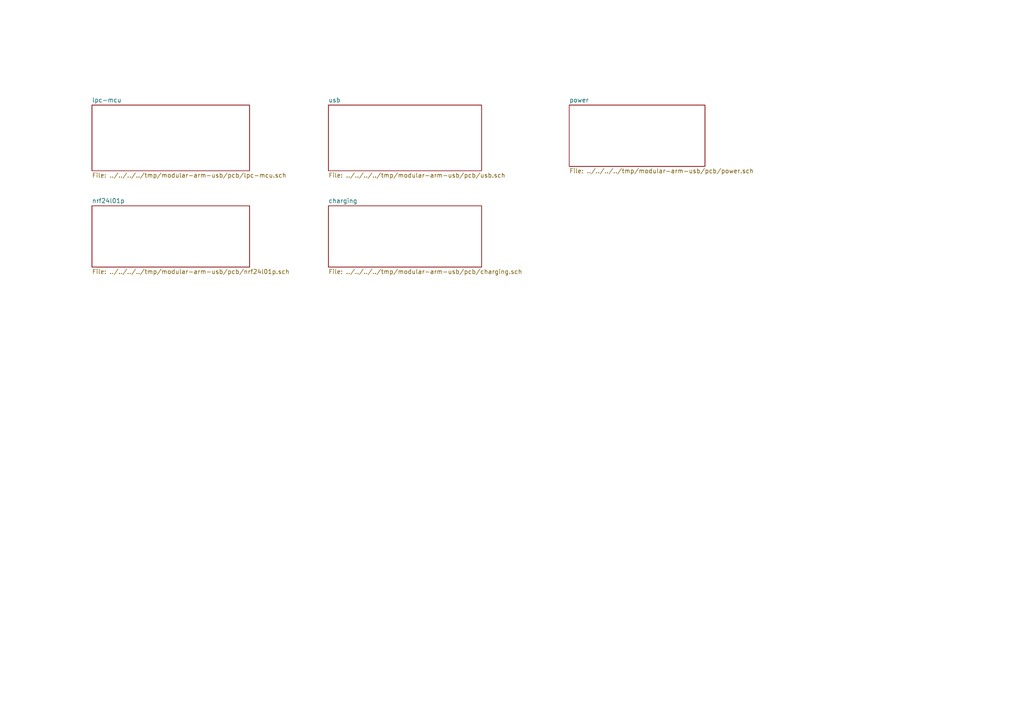
<source format=kicad_sch>
(kicad_sch (version 20230121) (generator eeschema)
  (paper "A4")
  (title_block (date "27 dec 2014"))
  (lib_symbols)
  (sheet (at 26.67 30.48) (size 45.72 19.05)
    (property "Sheetname" "lpc-mcu" (at 26.67 29.7684 0) (effects (justify left bottom)))
    (property "Sheetfile" "../../../../tmp/modular-arm-usb/pcb/lpc-mcu.sch" (at 26.67 50.1146 0) (effects (justify left top)))
  )
  (sheet (at 95.25 30.48) (size 44.45 19.05)
    (property "Sheetname" "usb" (at 95.25 29.7684 0) (effects (justify left bottom)))
    (property "Sheetfile" "../../../../tmp/modular-arm-usb/pcb/usb.sch" (at 95.25 50.1146 0) (effects (justify left top)))
  )
  (sheet (at 165.1 30.48) (size 39.37 17.78)
    (property "Sheetname" "power" (at 165.1 29.7684 0) (effects (justify left bottom)))
    (property "Sheetfile" "../../../../tmp/modular-arm-usb/pcb/power.sch" (at 165.1 48.8446 0) (effects (justify left top)))
  )
  (sheet (at 26.67 59.69) (size 45.72 17.78)
    (property "Sheetname" "nrf24l01p" (at 26.67 58.9784 0) (effects (justify left bottom)))
    (property "Sheetfile" "../../../../tmp/modular-arm-usb/pcb/nrf24l01p.sch" (at 26.67 78.0546 0) (effects (justify left top)))
  )
  (sheet (at 95.25 59.69) (size 44.45 17.78)
    (property "Sheetname" "charging" (at 95.25 58.9784 0) (effects (justify left bottom)))
    (property "Sheetfile" "../../../../tmp/modular-arm-usb/pcb/charging.sch" (at 95.25 78.0546 0) (effects (justify left top)))
  )
)
</source>
